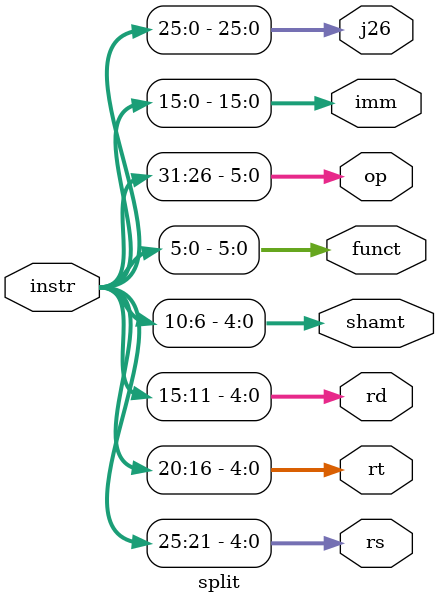
<source format=v>
`include "macro.v"

module split (
    input wire [31:0] instr,
    output wire [4:0] rs,
    output wire [4:0] rt,
    output wire [4:0] rd,
    output wire [4:0] shamt,
    output wire [5:0] funct,
    output wire [5:0] op,
    output wire [15:0] imm,
    output wire [25:0] j26
);

assign {op, rs, rt, rd, shamt, funct} = instr;
assign imm = instr[15:0];
assign j26 = instr[25:0];

endmodule

</source>
